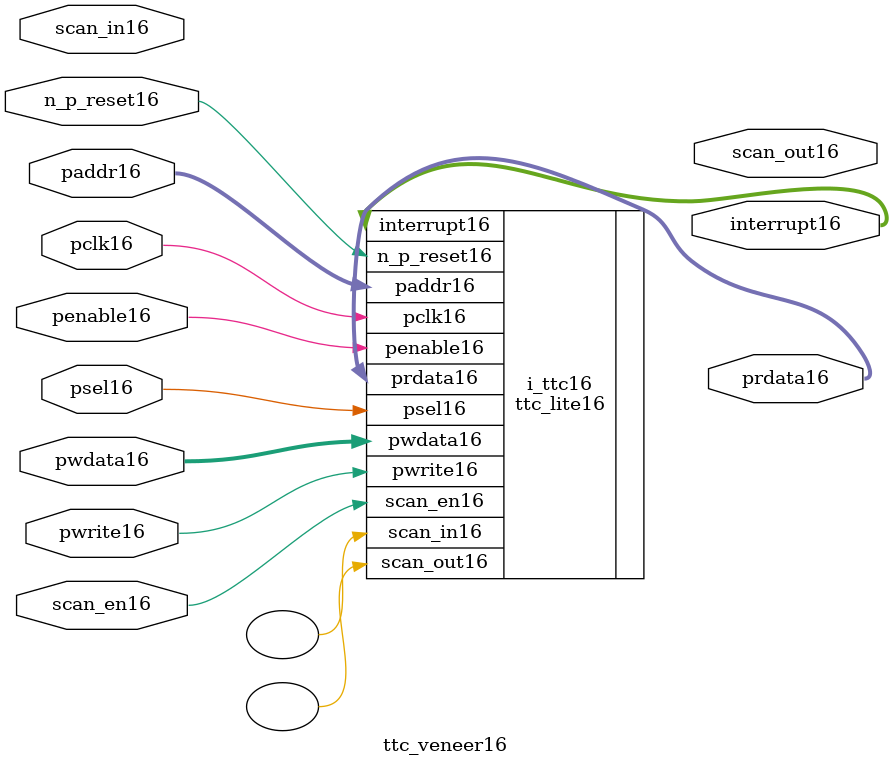
<source format=v>
module ttc_veneer16 (
           
           //inputs16
           n_p_reset16,
           pclk16,
           psel16,
           penable16,
           pwrite16,
           pwdata16,
           paddr16,
           scan_in16,
           scan_en16,

           //outputs16
           prdata16,
           interrupt16,
           scan_out16           

           );


//-----------------------------------------------------------------------------
// PORT DECLARATIONS16
//-----------------------------------------------------------------------------

   input         n_p_reset16;            //System16 Reset16
   input         pclk16;                 //System16 clock16
   input         psel16;                 //Select16 line
   input         penable16;              //Enable16
   input         pwrite16;               //Write line, 1 for write, 0 for read
   input [31:0]  pwdata16;               //Write data
   input [7:0]   paddr16;                //Address Bus16 register
   input         scan_in16;              //Scan16 chain16 input port
   input         scan_en16;              //Scan16 chain16 enable port
   
   output [31:0] prdata16;               //Read Data from the APB16 Interface16
   output [3:1]  interrupt16;            //Interrupt16 from PCI16 
   output        scan_out16;             //Scan16 chain16 output port

//##############################################################################
// if the TTC16 is NOT16 black16 boxed16 
//##############################################################################
`ifndef FV_KIT_BLACK_BOX_TTC16 

ttc_lite16 i_ttc16(

   //inputs16
   .n_p_reset16(n_p_reset16),
   .pclk16(pclk16),
   .psel16(psel16),
   .penable16(penable16),
   .pwrite16(pwrite16),
   .pwdata16(pwdata16),
   .paddr16(paddr16),
   .scan_in16(),
   .scan_en16(scan_en16),

   //outputs16
   .prdata16(prdata16),
   .interrupt16(interrupt16),
   .scan_out16()
);

`else 
//##############################################################################
// if the TTC16 is black16 boxed16 
//##############################################################################

   wire          n_p_reset16;            //System16 Reset16
   wire          pclk16;                 //System16 clock16
   wire          psel16;                 //Select16 line
   wire          penable16;              //Enable16
   wire          pwrite16;               //Write line, 1 for write, 0 for read
   wire  [31:0]  pwdata16;               //Write data
   wire  [7:0]   paddr16;                //Address Bus16 register
   wire          scan_in16;              //Scan16 chain16 wire  port
   wire          scan_en16;              //Scan16 chain16 enable port
   
   reg    [31:0] prdata16;               //Read Data from the APB16 Interface16
   reg    [3:1]  interrupt16;            //Interrupt16 from PCI16 
   reg           scan_out16;             //Scan16 chain16 reg    port

`endif
//##############################################################################
// black16 boxed16 defines16 
//##############################################################################

endmodule

</source>
